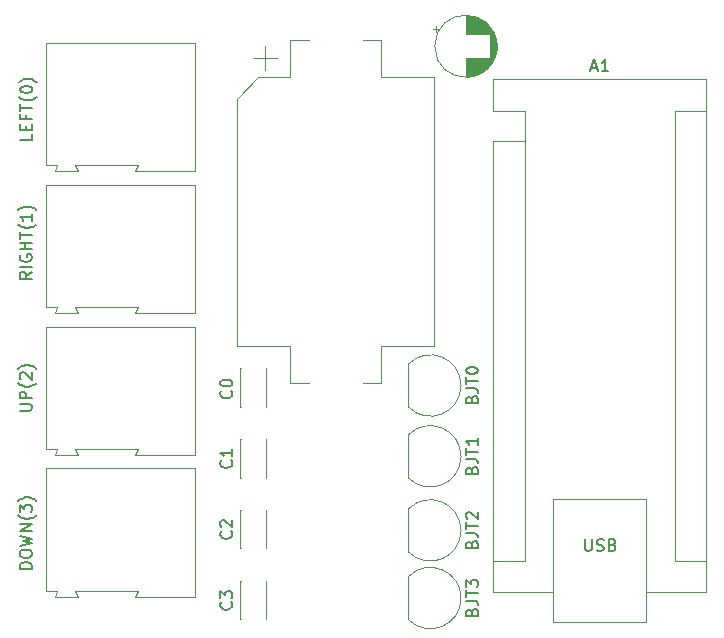
<source format=gbr>
%TF.GenerationSoftware,KiCad,Pcbnew,7.0.2-0*%
%TF.CreationDate,2023-05-07T21:32:26-07:00*%
%TF.ProjectId,VR-better,56522d62-6574-4746-9572-2e6b69636164,rev?*%
%TF.SameCoordinates,Original*%
%TF.FileFunction,Legend,Top*%
%TF.FilePolarity,Positive*%
%FSLAX46Y46*%
G04 Gerber Fmt 4.6, Leading zero omitted, Abs format (unit mm)*
G04 Created by KiCad (PCBNEW 7.0.2-0) date 2023-05-07 21:32:26*
%MOMM*%
%LPD*%
G01*
G04 APERTURE LIST*
%ADD10C,0.150000*%
%ADD11C,0.120000*%
G04 APERTURE END LIST*
D10*
%TO.C,BJT0*%
X90718809Y-131736666D02*
X90766428Y-131593809D01*
X90766428Y-131593809D02*
X90814047Y-131546190D01*
X90814047Y-131546190D02*
X90909285Y-131498571D01*
X90909285Y-131498571D02*
X91052142Y-131498571D01*
X91052142Y-131498571D02*
X91147380Y-131546190D01*
X91147380Y-131546190D02*
X91195000Y-131593809D01*
X91195000Y-131593809D02*
X91242619Y-131689047D01*
X91242619Y-131689047D02*
X91242619Y-132069999D01*
X91242619Y-132069999D02*
X90242619Y-132069999D01*
X90242619Y-132069999D02*
X90242619Y-131736666D01*
X90242619Y-131736666D02*
X90290238Y-131641428D01*
X90290238Y-131641428D02*
X90337857Y-131593809D01*
X90337857Y-131593809D02*
X90433095Y-131546190D01*
X90433095Y-131546190D02*
X90528333Y-131546190D01*
X90528333Y-131546190D02*
X90623571Y-131593809D01*
X90623571Y-131593809D02*
X90671190Y-131641428D01*
X90671190Y-131641428D02*
X90718809Y-131736666D01*
X90718809Y-131736666D02*
X90718809Y-132069999D01*
X90242619Y-130784285D02*
X90956904Y-130784285D01*
X90956904Y-130784285D02*
X91099761Y-130831904D01*
X91099761Y-130831904D02*
X91195000Y-130927142D01*
X91195000Y-130927142D02*
X91242619Y-131069999D01*
X91242619Y-131069999D02*
X91242619Y-131165237D01*
X90242619Y-130450951D02*
X90242619Y-129879523D01*
X91242619Y-130165237D02*
X90242619Y-130165237D01*
X90242619Y-129355713D02*
X90242619Y-129260475D01*
X90242619Y-129260475D02*
X90290238Y-129165237D01*
X90290238Y-129165237D02*
X90337857Y-129117618D01*
X90337857Y-129117618D02*
X90433095Y-129069999D01*
X90433095Y-129069999D02*
X90623571Y-129022380D01*
X90623571Y-129022380D02*
X90861666Y-129022380D01*
X90861666Y-129022380D02*
X91052142Y-129069999D01*
X91052142Y-129069999D02*
X91147380Y-129117618D01*
X91147380Y-129117618D02*
X91195000Y-129165237D01*
X91195000Y-129165237D02*
X91242619Y-129260475D01*
X91242619Y-129260475D02*
X91242619Y-129355713D01*
X91242619Y-129355713D02*
X91195000Y-129450951D01*
X91195000Y-129450951D02*
X91147380Y-129498570D01*
X91147380Y-129498570D02*
X91052142Y-129546189D01*
X91052142Y-129546189D02*
X90861666Y-129593808D01*
X90861666Y-129593808D02*
X90623571Y-129593808D01*
X90623571Y-129593808D02*
X90433095Y-129546189D01*
X90433095Y-129546189D02*
X90337857Y-129498570D01*
X90337857Y-129498570D02*
X90290238Y-129450951D01*
X90290238Y-129450951D02*
X90242619Y-129355713D01*
%TO.C,C0*%
X70344380Y-131027466D02*
X70392000Y-131075085D01*
X70392000Y-131075085D02*
X70439619Y-131217942D01*
X70439619Y-131217942D02*
X70439619Y-131313180D01*
X70439619Y-131313180D02*
X70392000Y-131456037D01*
X70392000Y-131456037D02*
X70296761Y-131551275D01*
X70296761Y-131551275D02*
X70201523Y-131598894D01*
X70201523Y-131598894D02*
X70011047Y-131646513D01*
X70011047Y-131646513D02*
X69868190Y-131646513D01*
X69868190Y-131646513D02*
X69677714Y-131598894D01*
X69677714Y-131598894D02*
X69582476Y-131551275D01*
X69582476Y-131551275D02*
X69487238Y-131456037D01*
X69487238Y-131456037D02*
X69439619Y-131313180D01*
X69439619Y-131313180D02*
X69439619Y-131217942D01*
X69439619Y-131217942D02*
X69487238Y-131075085D01*
X69487238Y-131075085D02*
X69534857Y-131027466D01*
X69439619Y-130408418D02*
X69439619Y-130313180D01*
X69439619Y-130313180D02*
X69487238Y-130217942D01*
X69487238Y-130217942D02*
X69534857Y-130170323D01*
X69534857Y-130170323D02*
X69630095Y-130122704D01*
X69630095Y-130122704D02*
X69820571Y-130075085D01*
X69820571Y-130075085D02*
X70058666Y-130075085D01*
X70058666Y-130075085D02*
X70249142Y-130122704D01*
X70249142Y-130122704D02*
X70344380Y-130170323D01*
X70344380Y-130170323D02*
X70392000Y-130217942D01*
X70392000Y-130217942D02*
X70439619Y-130313180D01*
X70439619Y-130313180D02*
X70439619Y-130408418D01*
X70439619Y-130408418D02*
X70392000Y-130503656D01*
X70392000Y-130503656D02*
X70344380Y-130551275D01*
X70344380Y-130551275D02*
X70249142Y-130598894D01*
X70249142Y-130598894D02*
X70058666Y-130646513D01*
X70058666Y-130646513D02*
X69820571Y-130646513D01*
X69820571Y-130646513D02*
X69630095Y-130598894D01*
X69630095Y-130598894D02*
X69534857Y-130551275D01*
X69534857Y-130551275D02*
X69487238Y-130503656D01*
X69487238Y-130503656D02*
X69439619Y-130408418D01*
%TO.C,DOWN(3)*%
X53462619Y-146098809D02*
X52462619Y-146098809D01*
X52462619Y-146098809D02*
X52462619Y-145860714D01*
X52462619Y-145860714D02*
X52510238Y-145717857D01*
X52510238Y-145717857D02*
X52605476Y-145622619D01*
X52605476Y-145622619D02*
X52700714Y-145575000D01*
X52700714Y-145575000D02*
X52891190Y-145527381D01*
X52891190Y-145527381D02*
X53034047Y-145527381D01*
X53034047Y-145527381D02*
X53224523Y-145575000D01*
X53224523Y-145575000D02*
X53319761Y-145622619D01*
X53319761Y-145622619D02*
X53415000Y-145717857D01*
X53415000Y-145717857D02*
X53462619Y-145860714D01*
X53462619Y-145860714D02*
X53462619Y-146098809D01*
X52462619Y-144908333D02*
X52462619Y-144717857D01*
X52462619Y-144717857D02*
X52510238Y-144622619D01*
X52510238Y-144622619D02*
X52605476Y-144527381D01*
X52605476Y-144527381D02*
X52795952Y-144479762D01*
X52795952Y-144479762D02*
X53129285Y-144479762D01*
X53129285Y-144479762D02*
X53319761Y-144527381D01*
X53319761Y-144527381D02*
X53415000Y-144622619D01*
X53415000Y-144622619D02*
X53462619Y-144717857D01*
X53462619Y-144717857D02*
X53462619Y-144908333D01*
X53462619Y-144908333D02*
X53415000Y-145003571D01*
X53415000Y-145003571D02*
X53319761Y-145098809D01*
X53319761Y-145098809D02*
X53129285Y-145146428D01*
X53129285Y-145146428D02*
X52795952Y-145146428D01*
X52795952Y-145146428D02*
X52605476Y-145098809D01*
X52605476Y-145098809D02*
X52510238Y-145003571D01*
X52510238Y-145003571D02*
X52462619Y-144908333D01*
X52462619Y-144146428D02*
X53462619Y-143908333D01*
X53462619Y-143908333D02*
X52748333Y-143717857D01*
X52748333Y-143717857D02*
X53462619Y-143527381D01*
X53462619Y-143527381D02*
X52462619Y-143289286D01*
X53462619Y-142908333D02*
X52462619Y-142908333D01*
X52462619Y-142908333D02*
X53462619Y-142336905D01*
X53462619Y-142336905D02*
X52462619Y-142336905D01*
X53843571Y-141575000D02*
X53795952Y-141622619D01*
X53795952Y-141622619D02*
X53653095Y-141717857D01*
X53653095Y-141717857D02*
X53557857Y-141765476D01*
X53557857Y-141765476D02*
X53415000Y-141813095D01*
X53415000Y-141813095D02*
X53176904Y-141860714D01*
X53176904Y-141860714D02*
X52986428Y-141860714D01*
X52986428Y-141860714D02*
X52748333Y-141813095D01*
X52748333Y-141813095D02*
X52605476Y-141765476D01*
X52605476Y-141765476D02*
X52510238Y-141717857D01*
X52510238Y-141717857D02*
X52367380Y-141622619D01*
X52367380Y-141622619D02*
X52319761Y-141575000D01*
X52462619Y-141289285D02*
X52462619Y-140670238D01*
X52462619Y-140670238D02*
X52843571Y-141003571D01*
X52843571Y-141003571D02*
X52843571Y-140860714D01*
X52843571Y-140860714D02*
X52891190Y-140765476D01*
X52891190Y-140765476D02*
X52938809Y-140717857D01*
X52938809Y-140717857D02*
X53034047Y-140670238D01*
X53034047Y-140670238D02*
X53272142Y-140670238D01*
X53272142Y-140670238D02*
X53367380Y-140717857D01*
X53367380Y-140717857D02*
X53415000Y-140765476D01*
X53415000Y-140765476D02*
X53462619Y-140860714D01*
X53462619Y-140860714D02*
X53462619Y-141146428D01*
X53462619Y-141146428D02*
X53415000Y-141241666D01*
X53415000Y-141241666D02*
X53367380Y-141289285D01*
X53843571Y-140336904D02*
X53795952Y-140289285D01*
X53795952Y-140289285D02*
X53653095Y-140194047D01*
X53653095Y-140194047D02*
X53557857Y-140146428D01*
X53557857Y-140146428D02*
X53415000Y-140098809D01*
X53415000Y-140098809D02*
X53176904Y-140051190D01*
X53176904Y-140051190D02*
X52986428Y-140051190D01*
X52986428Y-140051190D02*
X52748333Y-140098809D01*
X52748333Y-140098809D02*
X52605476Y-140146428D01*
X52605476Y-140146428D02*
X52510238Y-140194047D01*
X52510238Y-140194047D02*
X52367380Y-140289285D01*
X52367380Y-140289285D02*
X52319761Y-140336904D01*
%TO.C,BJT2*%
X90718809Y-144006666D02*
X90766428Y-143863809D01*
X90766428Y-143863809D02*
X90814047Y-143816190D01*
X90814047Y-143816190D02*
X90909285Y-143768571D01*
X90909285Y-143768571D02*
X91052142Y-143768571D01*
X91052142Y-143768571D02*
X91147380Y-143816190D01*
X91147380Y-143816190D02*
X91195000Y-143863809D01*
X91195000Y-143863809D02*
X91242619Y-143959047D01*
X91242619Y-143959047D02*
X91242619Y-144339999D01*
X91242619Y-144339999D02*
X90242619Y-144339999D01*
X90242619Y-144339999D02*
X90242619Y-144006666D01*
X90242619Y-144006666D02*
X90290238Y-143911428D01*
X90290238Y-143911428D02*
X90337857Y-143863809D01*
X90337857Y-143863809D02*
X90433095Y-143816190D01*
X90433095Y-143816190D02*
X90528333Y-143816190D01*
X90528333Y-143816190D02*
X90623571Y-143863809D01*
X90623571Y-143863809D02*
X90671190Y-143911428D01*
X90671190Y-143911428D02*
X90718809Y-144006666D01*
X90718809Y-144006666D02*
X90718809Y-144339999D01*
X90242619Y-143054285D02*
X90956904Y-143054285D01*
X90956904Y-143054285D02*
X91099761Y-143101904D01*
X91099761Y-143101904D02*
X91195000Y-143197142D01*
X91195000Y-143197142D02*
X91242619Y-143339999D01*
X91242619Y-143339999D02*
X91242619Y-143435237D01*
X90242619Y-142720951D02*
X90242619Y-142149523D01*
X91242619Y-142435237D02*
X90242619Y-142435237D01*
X90337857Y-141863808D02*
X90290238Y-141816189D01*
X90290238Y-141816189D02*
X90242619Y-141720951D01*
X90242619Y-141720951D02*
X90242619Y-141482856D01*
X90242619Y-141482856D02*
X90290238Y-141387618D01*
X90290238Y-141387618D02*
X90337857Y-141339999D01*
X90337857Y-141339999D02*
X90433095Y-141292380D01*
X90433095Y-141292380D02*
X90528333Y-141292380D01*
X90528333Y-141292380D02*
X90671190Y-141339999D01*
X90671190Y-141339999D02*
X91242619Y-141911427D01*
X91242619Y-141911427D02*
X91242619Y-141292380D01*
%TO.C,BJT3*%
X90718809Y-149736666D02*
X90766428Y-149593809D01*
X90766428Y-149593809D02*
X90814047Y-149546190D01*
X90814047Y-149546190D02*
X90909285Y-149498571D01*
X90909285Y-149498571D02*
X91052142Y-149498571D01*
X91052142Y-149498571D02*
X91147380Y-149546190D01*
X91147380Y-149546190D02*
X91195000Y-149593809D01*
X91195000Y-149593809D02*
X91242619Y-149689047D01*
X91242619Y-149689047D02*
X91242619Y-150069999D01*
X91242619Y-150069999D02*
X90242619Y-150069999D01*
X90242619Y-150069999D02*
X90242619Y-149736666D01*
X90242619Y-149736666D02*
X90290238Y-149641428D01*
X90290238Y-149641428D02*
X90337857Y-149593809D01*
X90337857Y-149593809D02*
X90433095Y-149546190D01*
X90433095Y-149546190D02*
X90528333Y-149546190D01*
X90528333Y-149546190D02*
X90623571Y-149593809D01*
X90623571Y-149593809D02*
X90671190Y-149641428D01*
X90671190Y-149641428D02*
X90718809Y-149736666D01*
X90718809Y-149736666D02*
X90718809Y-150069999D01*
X90242619Y-148784285D02*
X90956904Y-148784285D01*
X90956904Y-148784285D02*
X91099761Y-148831904D01*
X91099761Y-148831904D02*
X91195000Y-148927142D01*
X91195000Y-148927142D02*
X91242619Y-149069999D01*
X91242619Y-149069999D02*
X91242619Y-149165237D01*
X90242619Y-148450951D02*
X90242619Y-147879523D01*
X91242619Y-148165237D02*
X90242619Y-148165237D01*
X90242619Y-147641427D02*
X90242619Y-147022380D01*
X90242619Y-147022380D02*
X90623571Y-147355713D01*
X90623571Y-147355713D02*
X90623571Y-147212856D01*
X90623571Y-147212856D02*
X90671190Y-147117618D01*
X90671190Y-147117618D02*
X90718809Y-147069999D01*
X90718809Y-147069999D02*
X90814047Y-147022380D01*
X90814047Y-147022380D02*
X91052142Y-147022380D01*
X91052142Y-147022380D02*
X91147380Y-147069999D01*
X91147380Y-147069999D02*
X91195000Y-147117618D01*
X91195000Y-147117618D02*
X91242619Y-147212856D01*
X91242619Y-147212856D02*
X91242619Y-147498570D01*
X91242619Y-147498570D02*
X91195000Y-147593808D01*
X91195000Y-147593808D02*
X91147380Y-147641427D01*
%TO.C,LEFT(0)*%
X53502619Y-109270238D02*
X53502619Y-109746428D01*
X53502619Y-109746428D02*
X52502619Y-109746428D01*
X52978809Y-108936904D02*
X52978809Y-108603571D01*
X53502619Y-108460714D02*
X53502619Y-108936904D01*
X53502619Y-108936904D02*
X52502619Y-108936904D01*
X52502619Y-108936904D02*
X52502619Y-108460714D01*
X52978809Y-107698809D02*
X52978809Y-108032142D01*
X53502619Y-108032142D02*
X52502619Y-108032142D01*
X52502619Y-108032142D02*
X52502619Y-107555952D01*
X52502619Y-107317856D02*
X52502619Y-106746428D01*
X53502619Y-107032142D02*
X52502619Y-107032142D01*
X53883571Y-106127380D02*
X53835952Y-106174999D01*
X53835952Y-106174999D02*
X53693095Y-106270237D01*
X53693095Y-106270237D02*
X53597857Y-106317856D01*
X53597857Y-106317856D02*
X53455000Y-106365475D01*
X53455000Y-106365475D02*
X53216904Y-106413094D01*
X53216904Y-106413094D02*
X53026428Y-106413094D01*
X53026428Y-106413094D02*
X52788333Y-106365475D01*
X52788333Y-106365475D02*
X52645476Y-106317856D01*
X52645476Y-106317856D02*
X52550238Y-106270237D01*
X52550238Y-106270237D02*
X52407380Y-106174999D01*
X52407380Y-106174999D02*
X52359761Y-106127380D01*
X52502619Y-105555951D02*
X52502619Y-105460713D01*
X52502619Y-105460713D02*
X52550238Y-105365475D01*
X52550238Y-105365475D02*
X52597857Y-105317856D01*
X52597857Y-105317856D02*
X52693095Y-105270237D01*
X52693095Y-105270237D02*
X52883571Y-105222618D01*
X52883571Y-105222618D02*
X53121666Y-105222618D01*
X53121666Y-105222618D02*
X53312142Y-105270237D01*
X53312142Y-105270237D02*
X53407380Y-105317856D01*
X53407380Y-105317856D02*
X53455000Y-105365475D01*
X53455000Y-105365475D02*
X53502619Y-105460713D01*
X53502619Y-105460713D02*
X53502619Y-105555951D01*
X53502619Y-105555951D02*
X53455000Y-105651189D01*
X53455000Y-105651189D02*
X53407380Y-105698808D01*
X53407380Y-105698808D02*
X53312142Y-105746427D01*
X53312142Y-105746427D02*
X53121666Y-105794046D01*
X53121666Y-105794046D02*
X52883571Y-105794046D01*
X52883571Y-105794046D02*
X52693095Y-105746427D01*
X52693095Y-105746427D02*
X52597857Y-105698808D01*
X52597857Y-105698808D02*
X52550238Y-105651189D01*
X52550238Y-105651189D02*
X52502619Y-105555951D01*
X53883571Y-104889284D02*
X53835952Y-104841665D01*
X53835952Y-104841665D02*
X53693095Y-104746427D01*
X53693095Y-104746427D02*
X53597857Y-104698808D01*
X53597857Y-104698808D02*
X53455000Y-104651189D01*
X53455000Y-104651189D02*
X53216904Y-104603570D01*
X53216904Y-104603570D02*
X53026428Y-104603570D01*
X53026428Y-104603570D02*
X52788333Y-104651189D01*
X52788333Y-104651189D02*
X52645476Y-104698808D01*
X52645476Y-104698808D02*
X52550238Y-104746427D01*
X52550238Y-104746427D02*
X52407380Y-104841665D01*
X52407380Y-104841665D02*
X52359761Y-104889284D01*
%TO.C,RIGHT(1)*%
X53462619Y-120951190D02*
X52986428Y-121284523D01*
X53462619Y-121522618D02*
X52462619Y-121522618D01*
X52462619Y-121522618D02*
X52462619Y-121141666D01*
X52462619Y-121141666D02*
X52510238Y-121046428D01*
X52510238Y-121046428D02*
X52557857Y-120998809D01*
X52557857Y-120998809D02*
X52653095Y-120951190D01*
X52653095Y-120951190D02*
X52795952Y-120951190D01*
X52795952Y-120951190D02*
X52891190Y-120998809D01*
X52891190Y-120998809D02*
X52938809Y-121046428D01*
X52938809Y-121046428D02*
X52986428Y-121141666D01*
X52986428Y-121141666D02*
X52986428Y-121522618D01*
X53462619Y-120522618D02*
X52462619Y-120522618D01*
X52510238Y-119522619D02*
X52462619Y-119617857D01*
X52462619Y-119617857D02*
X52462619Y-119760714D01*
X52462619Y-119760714D02*
X52510238Y-119903571D01*
X52510238Y-119903571D02*
X52605476Y-119998809D01*
X52605476Y-119998809D02*
X52700714Y-120046428D01*
X52700714Y-120046428D02*
X52891190Y-120094047D01*
X52891190Y-120094047D02*
X53034047Y-120094047D01*
X53034047Y-120094047D02*
X53224523Y-120046428D01*
X53224523Y-120046428D02*
X53319761Y-119998809D01*
X53319761Y-119998809D02*
X53415000Y-119903571D01*
X53415000Y-119903571D02*
X53462619Y-119760714D01*
X53462619Y-119760714D02*
X53462619Y-119665476D01*
X53462619Y-119665476D02*
X53415000Y-119522619D01*
X53415000Y-119522619D02*
X53367380Y-119475000D01*
X53367380Y-119475000D02*
X53034047Y-119475000D01*
X53034047Y-119475000D02*
X53034047Y-119665476D01*
X53462619Y-119046428D02*
X52462619Y-119046428D01*
X52938809Y-119046428D02*
X52938809Y-118475000D01*
X53462619Y-118475000D02*
X52462619Y-118475000D01*
X52462619Y-118141666D02*
X52462619Y-117570238D01*
X53462619Y-117855952D02*
X52462619Y-117855952D01*
X53843571Y-116951190D02*
X53795952Y-116998809D01*
X53795952Y-116998809D02*
X53653095Y-117094047D01*
X53653095Y-117094047D02*
X53557857Y-117141666D01*
X53557857Y-117141666D02*
X53415000Y-117189285D01*
X53415000Y-117189285D02*
X53176904Y-117236904D01*
X53176904Y-117236904D02*
X52986428Y-117236904D01*
X52986428Y-117236904D02*
X52748333Y-117189285D01*
X52748333Y-117189285D02*
X52605476Y-117141666D01*
X52605476Y-117141666D02*
X52510238Y-117094047D01*
X52510238Y-117094047D02*
X52367380Y-116998809D01*
X52367380Y-116998809D02*
X52319761Y-116951190D01*
X53462619Y-116046428D02*
X53462619Y-116617856D01*
X53462619Y-116332142D02*
X52462619Y-116332142D01*
X52462619Y-116332142D02*
X52605476Y-116427380D01*
X52605476Y-116427380D02*
X52700714Y-116522618D01*
X52700714Y-116522618D02*
X52748333Y-116617856D01*
X53843571Y-115713094D02*
X53795952Y-115665475D01*
X53795952Y-115665475D02*
X53653095Y-115570237D01*
X53653095Y-115570237D02*
X53557857Y-115522618D01*
X53557857Y-115522618D02*
X53415000Y-115474999D01*
X53415000Y-115474999D02*
X53176904Y-115427380D01*
X53176904Y-115427380D02*
X52986428Y-115427380D01*
X52986428Y-115427380D02*
X52748333Y-115474999D01*
X52748333Y-115474999D02*
X52605476Y-115522618D01*
X52605476Y-115522618D02*
X52510238Y-115570237D01*
X52510238Y-115570237D02*
X52367380Y-115665475D01*
X52367380Y-115665475D02*
X52319761Y-115713094D01*
%TO.C,C3*%
X70337380Y-148916666D02*
X70385000Y-148964285D01*
X70385000Y-148964285D02*
X70432619Y-149107142D01*
X70432619Y-149107142D02*
X70432619Y-149202380D01*
X70432619Y-149202380D02*
X70385000Y-149345237D01*
X70385000Y-149345237D02*
X70289761Y-149440475D01*
X70289761Y-149440475D02*
X70194523Y-149488094D01*
X70194523Y-149488094D02*
X70004047Y-149535713D01*
X70004047Y-149535713D02*
X69861190Y-149535713D01*
X69861190Y-149535713D02*
X69670714Y-149488094D01*
X69670714Y-149488094D02*
X69575476Y-149440475D01*
X69575476Y-149440475D02*
X69480238Y-149345237D01*
X69480238Y-149345237D02*
X69432619Y-149202380D01*
X69432619Y-149202380D02*
X69432619Y-149107142D01*
X69432619Y-149107142D02*
X69480238Y-148964285D01*
X69480238Y-148964285D02*
X69527857Y-148916666D01*
X69432619Y-148583332D02*
X69432619Y-147964285D01*
X69432619Y-147964285D02*
X69813571Y-148297618D01*
X69813571Y-148297618D02*
X69813571Y-148154761D01*
X69813571Y-148154761D02*
X69861190Y-148059523D01*
X69861190Y-148059523D02*
X69908809Y-148011904D01*
X69908809Y-148011904D02*
X70004047Y-147964285D01*
X70004047Y-147964285D02*
X70242142Y-147964285D01*
X70242142Y-147964285D02*
X70337380Y-148011904D01*
X70337380Y-148011904D02*
X70385000Y-148059523D01*
X70385000Y-148059523D02*
X70432619Y-148154761D01*
X70432619Y-148154761D02*
X70432619Y-148440475D01*
X70432619Y-148440475D02*
X70385000Y-148535713D01*
X70385000Y-148535713D02*
X70337380Y-148583332D01*
%TO.C,C2*%
X70337380Y-142916666D02*
X70385000Y-142964285D01*
X70385000Y-142964285D02*
X70432619Y-143107142D01*
X70432619Y-143107142D02*
X70432619Y-143202380D01*
X70432619Y-143202380D02*
X70385000Y-143345237D01*
X70385000Y-143345237D02*
X70289761Y-143440475D01*
X70289761Y-143440475D02*
X70194523Y-143488094D01*
X70194523Y-143488094D02*
X70004047Y-143535713D01*
X70004047Y-143535713D02*
X69861190Y-143535713D01*
X69861190Y-143535713D02*
X69670714Y-143488094D01*
X69670714Y-143488094D02*
X69575476Y-143440475D01*
X69575476Y-143440475D02*
X69480238Y-143345237D01*
X69480238Y-143345237D02*
X69432619Y-143202380D01*
X69432619Y-143202380D02*
X69432619Y-143107142D01*
X69432619Y-143107142D02*
X69480238Y-142964285D01*
X69480238Y-142964285D02*
X69527857Y-142916666D01*
X69527857Y-142535713D02*
X69480238Y-142488094D01*
X69480238Y-142488094D02*
X69432619Y-142392856D01*
X69432619Y-142392856D02*
X69432619Y-142154761D01*
X69432619Y-142154761D02*
X69480238Y-142059523D01*
X69480238Y-142059523D02*
X69527857Y-142011904D01*
X69527857Y-142011904D02*
X69623095Y-141964285D01*
X69623095Y-141964285D02*
X69718333Y-141964285D01*
X69718333Y-141964285D02*
X69861190Y-142011904D01*
X69861190Y-142011904D02*
X70432619Y-142583332D01*
X70432619Y-142583332D02*
X70432619Y-141964285D01*
%TO.C,A1*%
X100860314Y-103656504D02*
X101336504Y-103656504D01*
X100765076Y-103942219D02*
X101098409Y-102942219D01*
X101098409Y-102942219D02*
X101431742Y-103942219D01*
X102288885Y-103942219D02*
X101717457Y-103942219D01*
X102003171Y-103942219D02*
X102003171Y-102942219D01*
X102003171Y-102942219D02*
X101907933Y-103085076D01*
X101907933Y-103085076D02*
X101812695Y-103180314D01*
X101812695Y-103180314D02*
X101717457Y-103227933D01*
X100312695Y-143582219D02*
X100312695Y-144391742D01*
X100312695Y-144391742D02*
X100360314Y-144486980D01*
X100360314Y-144486980D02*
X100407933Y-144534600D01*
X100407933Y-144534600D02*
X100503171Y-144582219D01*
X100503171Y-144582219D02*
X100693647Y-144582219D01*
X100693647Y-144582219D02*
X100788885Y-144534600D01*
X100788885Y-144534600D02*
X100836504Y-144486980D01*
X100836504Y-144486980D02*
X100884123Y-144391742D01*
X100884123Y-144391742D02*
X100884123Y-143582219D01*
X101312695Y-144534600D02*
X101455552Y-144582219D01*
X101455552Y-144582219D02*
X101693647Y-144582219D01*
X101693647Y-144582219D02*
X101788885Y-144534600D01*
X101788885Y-144534600D02*
X101836504Y-144486980D01*
X101836504Y-144486980D02*
X101884123Y-144391742D01*
X101884123Y-144391742D02*
X101884123Y-144296504D01*
X101884123Y-144296504D02*
X101836504Y-144201266D01*
X101836504Y-144201266D02*
X101788885Y-144153647D01*
X101788885Y-144153647D02*
X101693647Y-144106028D01*
X101693647Y-144106028D02*
X101503171Y-144058409D01*
X101503171Y-144058409D02*
X101407933Y-144010790D01*
X101407933Y-144010790D02*
X101360314Y-143963171D01*
X101360314Y-143963171D02*
X101312695Y-143867933D01*
X101312695Y-143867933D02*
X101312695Y-143772695D01*
X101312695Y-143772695D02*
X101360314Y-143677457D01*
X101360314Y-143677457D02*
X101407933Y-143629838D01*
X101407933Y-143629838D02*
X101503171Y-143582219D01*
X101503171Y-143582219D02*
X101741266Y-143582219D01*
X101741266Y-143582219D02*
X101884123Y-143629838D01*
X102646028Y-144058409D02*
X102788885Y-144106028D01*
X102788885Y-144106028D02*
X102836504Y-144153647D01*
X102836504Y-144153647D02*
X102884123Y-144248885D01*
X102884123Y-144248885D02*
X102884123Y-144391742D01*
X102884123Y-144391742D02*
X102836504Y-144486980D01*
X102836504Y-144486980D02*
X102788885Y-144534600D01*
X102788885Y-144534600D02*
X102693647Y-144582219D01*
X102693647Y-144582219D02*
X102312695Y-144582219D01*
X102312695Y-144582219D02*
X102312695Y-143582219D01*
X102312695Y-143582219D02*
X102646028Y-143582219D01*
X102646028Y-143582219D02*
X102741266Y-143629838D01*
X102741266Y-143629838D02*
X102788885Y-143677457D01*
X102788885Y-143677457D02*
X102836504Y-143772695D01*
X102836504Y-143772695D02*
X102836504Y-143867933D01*
X102836504Y-143867933D02*
X102788885Y-143963171D01*
X102788885Y-143963171D02*
X102741266Y-144010790D01*
X102741266Y-144010790D02*
X102646028Y-144058409D01*
X102646028Y-144058409D02*
X102312695Y-144058409D01*
%TO.C,UP(2)*%
X52462619Y-132703571D02*
X53272142Y-132703571D01*
X53272142Y-132703571D02*
X53367380Y-132655952D01*
X53367380Y-132655952D02*
X53415000Y-132608333D01*
X53415000Y-132608333D02*
X53462619Y-132513095D01*
X53462619Y-132513095D02*
X53462619Y-132322619D01*
X53462619Y-132322619D02*
X53415000Y-132227381D01*
X53415000Y-132227381D02*
X53367380Y-132179762D01*
X53367380Y-132179762D02*
X53272142Y-132132143D01*
X53272142Y-132132143D02*
X52462619Y-132132143D01*
X53462619Y-131655952D02*
X52462619Y-131655952D01*
X52462619Y-131655952D02*
X52462619Y-131275000D01*
X52462619Y-131275000D02*
X52510238Y-131179762D01*
X52510238Y-131179762D02*
X52557857Y-131132143D01*
X52557857Y-131132143D02*
X52653095Y-131084524D01*
X52653095Y-131084524D02*
X52795952Y-131084524D01*
X52795952Y-131084524D02*
X52891190Y-131132143D01*
X52891190Y-131132143D02*
X52938809Y-131179762D01*
X52938809Y-131179762D02*
X52986428Y-131275000D01*
X52986428Y-131275000D02*
X52986428Y-131655952D01*
X53843571Y-130370238D02*
X53795952Y-130417857D01*
X53795952Y-130417857D02*
X53653095Y-130513095D01*
X53653095Y-130513095D02*
X53557857Y-130560714D01*
X53557857Y-130560714D02*
X53415000Y-130608333D01*
X53415000Y-130608333D02*
X53176904Y-130655952D01*
X53176904Y-130655952D02*
X52986428Y-130655952D01*
X52986428Y-130655952D02*
X52748333Y-130608333D01*
X52748333Y-130608333D02*
X52605476Y-130560714D01*
X52605476Y-130560714D02*
X52510238Y-130513095D01*
X52510238Y-130513095D02*
X52367380Y-130417857D01*
X52367380Y-130417857D02*
X52319761Y-130370238D01*
X52557857Y-130036904D02*
X52510238Y-129989285D01*
X52510238Y-129989285D02*
X52462619Y-129894047D01*
X52462619Y-129894047D02*
X52462619Y-129655952D01*
X52462619Y-129655952D02*
X52510238Y-129560714D01*
X52510238Y-129560714D02*
X52557857Y-129513095D01*
X52557857Y-129513095D02*
X52653095Y-129465476D01*
X52653095Y-129465476D02*
X52748333Y-129465476D01*
X52748333Y-129465476D02*
X52891190Y-129513095D01*
X52891190Y-129513095D02*
X53462619Y-130084523D01*
X53462619Y-130084523D02*
X53462619Y-129465476D01*
X53843571Y-129132142D02*
X53795952Y-129084523D01*
X53795952Y-129084523D02*
X53653095Y-128989285D01*
X53653095Y-128989285D02*
X53557857Y-128941666D01*
X53557857Y-128941666D02*
X53415000Y-128894047D01*
X53415000Y-128894047D02*
X53176904Y-128846428D01*
X53176904Y-128846428D02*
X52986428Y-128846428D01*
X52986428Y-128846428D02*
X52748333Y-128894047D01*
X52748333Y-128894047D02*
X52605476Y-128941666D01*
X52605476Y-128941666D02*
X52510238Y-128989285D01*
X52510238Y-128989285D02*
X52367380Y-129084523D01*
X52367380Y-129084523D02*
X52319761Y-129132142D01*
%TO.C,C1*%
X70337380Y-136916666D02*
X70385000Y-136964285D01*
X70385000Y-136964285D02*
X70432619Y-137107142D01*
X70432619Y-137107142D02*
X70432619Y-137202380D01*
X70432619Y-137202380D02*
X70385000Y-137345237D01*
X70385000Y-137345237D02*
X70289761Y-137440475D01*
X70289761Y-137440475D02*
X70194523Y-137488094D01*
X70194523Y-137488094D02*
X70004047Y-137535713D01*
X70004047Y-137535713D02*
X69861190Y-137535713D01*
X69861190Y-137535713D02*
X69670714Y-137488094D01*
X69670714Y-137488094D02*
X69575476Y-137440475D01*
X69575476Y-137440475D02*
X69480238Y-137345237D01*
X69480238Y-137345237D02*
X69432619Y-137202380D01*
X69432619Y-137202380D02*
X69432619Y-137107142D01*
X69432619Y-137107142D02*
X69480238Y-136964285D01*
X69480238Y-136964285D02*
X69527857Y-136916666D01*
X70432619Y-135964285D02*
X70432619Y-136535713D01*
X70432619Y-136249999D02*
X69432619Y-136249999D01*
X69432619Y-136249999D02*
X69575476Y-136345237D01*
X69575476Y-136345237D02*
X69670714Y-136440475D01*
X69670714Y-136440475D02*
X69718333Y-136535713D01*
%TO.C,BJT1*%
X90718809Y-137736666D02*
X90766428Y-137593809D01*
X90766428Y-137593809D02*
X90814047Y-137546190D01*
X90814047Y-137546190D02*
X90909285Y-137498571D01*
X90909285Y-137498571D02*
X91052142Y-137498571D01*
X91052142Y-137498571D02*
X91147380Y-137546190D01*
X91147380Y-137546190D02*
X91195000Y-137593809D01*
X91195000Y-137593809D02*
X91242619Y-137689047D01*
X91242619Y-137689047D02*
X91242619Y-138069999D01*
X91242619Y-138069999D02*
X90242619Y-138069999D01*
X90242619Y-138069999D02*
X90242619Y-137736666D01*
X90242619Y-137736666D02*
X90290238Y-137641428D01*
X90290238Y-137641428D02*
X90337857Y-137593809D01*
X90337857Y-137593809D02*
X90433095Y-137546190D01*
X90433095Y-137546190D02*
X90528333Y-137546190D01*
X90528333Y-137546190D02*
X90623571Y-137593809D01*
X90623571Y-137593809D02*
X90671190Y-137641428D01*
X90671190Y-137641428D02*
X90718809Y-137736666D01*
X90718809Y-137736666D02*
X90718809Y-138069999D01*
X90242619Y-136784285D02*
X90956904Y-136784285D01*
X90956904Y-136784285D02*
X91099761Y-136831904D01*
X91099761Y-136831904D02*
X91195000Y-136927142D01*
X91195000Y-136927142D02*
X91242619Y-137069999D01*
X91242619Y-137069999D02*
X91242619Y-137165237D01*
X90242619Y-136450951D02*
X90242619Y-135879523D01*
X91242619Y-136165237D02*
X90242619Y-136165237D01*
X91242619Y-135022380D02*
X91242619Y-135593808D01*
X91242619Y-135308094D02*
X90242619Y-135308094D01*
X90242619Y-135308094D02*
X90385476Y-135403332D01*
X90385476Y-135403332D02*
X90480714Y-135498570D01*
X90480714Y-135498570D02*
X90528333Y-135593808D01*
D11*
%TO.C,BT1*%
X75370000Y-101290000D02*
X76920000Y-101290000D01*
X75370000Y-104490000D02*
X75370000Y-101290000D01*
X83070000Y-101290000D02*
X81520000Y-101290000D01*
X70870000Y-127190000D02*
X75370000Y-127190000D01*
X70870000Y-106290000D02*
X72670000Y-104490000D01*
X72670000Y-104490000D02*
X75370000Y-104490000D01*
X75370000Y-130390000D02*
X76920000Y-130390000D01*
X83070000Y-130390000D02*
X81520000Y-130390000D01*
X83070000Y-127190000D02*
X83070000Y-130390000D01*
X87570000Y-104490000D02*
X83070000Y-104490000D01*
X74220000Y-102840000D02*
X72220000Y-102840000D01*
X87570000Y-127190000D02*
X83070000Y-127190000D01*
X83070000Y-104490000D02*
X83070000Y-101290000D01*
X87570000Y-104490000D02*
X87570000Y-127190000D01*
X70870000Y-127190000D02*
X70870000Y-106290000D01*
X75370000Y-127190000D02*
X75370000Y-130390000D01*
X73220000Y-103840000D02*
X73220000Y-101840000D01*
%TO.C,BJT0*%
X85370000Y-128770000D02*
X85370000Y-132370000D01*
X89820000Y-130570000D02*
G75*
G03*
X85381522Y-128731522I-2600000J0D01*
G01*
X85381522Y-132408478D02*
G75*
G03*
X89820000Y-130570000I1838478J1838478D01*
G01*
%TO.C,C0*%
X71100000Y-132370000D02*
X71165000Y-132370000D01*
X71100000Y-132370000D02*
X71100000Y-129130000D01*
X73275000Y-132370000D02*
X73340000Y-132370000D01*
X73340000Y-132370000D02*
X73340000Y-129130000D01*
X71100000Y-129130000D02*
X71165000Y-129130000D01*
X73275000Y-129130000D02*
X73340000Y-129130000D01*
%TO.C,C_Pow1*%
X92840000Y-101840000D02*
G75*
G03*
X92840000Y-101840000I-2620000J0D01*
G01*
X92821000Y-101556000D02*
X92821000Y-102124000D01*
X92781000Y-101322000D02*
X92781000Y-102358000D01*
X92741000Y-101163000D02*
X92741000Y-102517000D01*
X92701000Y-101035000D02*
X92701000Y-102645000D01*
X92661000Y-100925000D02*
X92661000Y-102755000D01*
X92621000Y-100829000D02*
X92621000Y-102851000D01*
X92581000Y-100742000D02*
X92581000Y-102938000D01*
X92541000Y-100662000D02*
X92541000Y-103018000D01*
X92501000Y-100589000D02*
X92501000Y-103091000D01*
X92461000Y-100521000D02*
X92461000Y-103159000D01*
X92421000Y-100457000D02*
X92421000Y-103223000D01*
X92381000Y-100397000D02*
X92381000Y-103283000D01*
X92341000Y-100340000D02*
X92341000Y-103340000D01*
X92301000Y-100286000D02*
X92301000Y-103394000D01*
X92261000Y-100235000D02*
X92261000Y-103445000D01*
X92221000Y-102880000D02*
X92221000Y-103493000D01*
X92221000Y-100187000D02*
X92221000Y-100800000D01*
X92181000Y-102880000D02*
X92181000Y-103539000D01*
X92181000Y-100141000D02*
X92181000Y-100800000D01*
X92141000Y-102880000D02*
X92141000Y-103583000D01*
X92141000Y-100097000D02*
X92141000Y-100800000D01*
X92101000Y-102880000D02*
X92101000Y-103625000D01*
X92101000Y-100055000D02*
X92101000Y-100800000D01*
X92061000Y-102880000D02*
X92061000Y-103666000D01*
X92061000Y-100014000D02*
X92061000Y-100800000D01*
X92021000Y-102880000D02*
X92021000Y-103704000D01*
X92021000Y-99976000D02*
X92021000Y-100800000D01*
X91981000Y-102880000D02*
X91981000Y-103741000D01*
X91981000Y-99939000D02*
X91981000Y-100800000D01*
X91941000Y-102880000D02*
X91941000Y-103777000D01*
X91941000Y-99903000D02*
X91941000Y-100800000D01*
X91901000Y-102880000D02*
X91901000Y-103811000D01*
X91901000Y-99869000D02*
X91901000Y-100800000D01*
X91861000Y-102880000D02*
X91861000Y-103844000D01*
X91861000Y-99836000D02*
X91861000Y-100800000D01*
X91821000Y-102880000D02*
X91821000Y-103875000D01*
X91821000Y-99805000D02*
X91821000Y-100800000D01*
X91781000Y-102880000D02*
X91781000Y-103905000D01*
X91781000Y-99775000D02*
X91781000Y-100800000D01*
X91741000Y-102880000D02*
X91741000Y-103935000D01*
X91741000Y-99745000D02*
X91741000Y-100800000D01*
X91701000Y-102880000D02*
X91701000Y-103962000D01*
X91701000Y-99718000D02*
X91701000Y-100800000D01*
X91661000Y-102880000D02*
X91661000Y-103989000D01*
X91661000Y-99691000D02*
X91661000Y-100800000D01*
X91621000Y-102880000D02*
X91621000Y-104015000D01*
X91621000Y-99665000D02*
X91621000Y-100800000D01*
X91581000Y-102880000D02*
X91581000Y-104040000D01*
X91581000Y-99640000D02*
X91581000Y-100800000D01*
X91541000Y-102880000D02*
X91541000Y-104064000D01*
X91541000Y-99616000D02*
X91541000Y-100800000D01*
X91501000Y-102880000D02*
X91501000Y-104087000D01*
X91501000Y-99593000D02*
X91501000Y-100800000D01*
X91461000Y-102880000D02*
X91461000Y-104108000D01*
X91461000Y-99572000D02*
X91461000Y-100800000D01*
X91421000Y-102880000D02*
X91421000Y-104130000D01*
X91421000Y-99550000D02*
X91421000Y-100800000D01*
X91381000Y-102880000D02*
X91381000Y-104150000D01*
X91381000Y-99530000D02*
X91381000Y-100800000D01*
X91341000Y-102880000D02*
X91341000Y-104169000D01*
X91341000Y-99511000D02*
X91341000Y-100800000D01*
X91301000Y-102880000D02*
X91301000Y-104188000D01*
X91301000Y-99492000D02*
X91301000Y-100800000D01*
X91261000Y-102880000D02*
X91261000Y-104205000D01*
X91261000Y-99475000D02*
X91261000Y-100800000D01*
X91221000Y-102880000D02*
X91221000Y-104222000D01*
X91221000Y-99458000D02*
X91221000Y-100800000D01*
X91181000Y-102880000D02*
X91181000Y-104238000D01*
X91181000Y-99442000D02*
X91181000Y-100800000D01*
X91141000Y-102880000D02*
X91141000Y-104254000D01*
X91141000Y-99426000D02*
X91141000Y-100800000D01*
X91101000Y-102880000D02*
X91101000Y-104268000D01*
X91101000Y-99412000D02*
X91101000Y-100800000D01*
X91061000Y-102880000D02*
X91061000Y-104282000D01*
X91061000Y-99398000D02*
X91061000Y-100800000D01*
X91021000Y-102880000D02*
X91021000Y-104295000D01*
X91021000Y-99385000D02*
X91021000Y-100800000D01*
X90981000Y-102880000D02*
X90981000Y-104308000D01*
X90981000Y-99372000D02*
X90981000Y-100800000D01*
X90941000Y-102880000D02*
X90941000Y-104320000D01*
X90941000Y-99360000D02*
X90941000Y-100800000D01*
X90900000Y-102880000D02*
X90900000Y-104331000D01*
X90900000Y-99349000D02*
X90900000Y-100800000D01*
X90860000Y-102880000D02*
X90860000Y-104341000D01*
X90860000Y-99339000D02*
X90860000Y-100800000D01*
X90820000Y-102880000D02*
X90820000Y-104351000D01*
X90820000Y-99329000D02*
X90820000Y-100800000D01*
X90780000Y-102880000D02*
X90780000Y-104360000D01*
X90780000Y-99320000D02*
X90780000Y-100800000D01*
X90740000Y-102880000D02*
X90740000Y-104368000D01*
X90740000Y-99312000D02*
X90740000Y-100800000D01*
X90700000Y-102880000D02*
X90700000Y-104376000D01*
X90700000Y-99304000D02*
X90700000Y-100800000D01*
X90660000Y-102880000D02*
X90660000Y-104383000D01*
X90660000Y-99297000D02*
X90660000Y-100800000D01*
X90620000Y-102880000D02*
X90620000Y-104390000D01*
X90620000Y-99290000D02*
X90620000Y-100800000D01*
X90580000Y-102880000D02*
X90580000Y-104396000D01*
X90580000Y-99284000D02*
X90580000Y-100800000D01*
X90540000Y-102880000D02*
X90540000Y-104401000D01*
X90540000Y-99279000D02*
X90540000Y-100800000D01*
X90500000Y-102880000D02*
X90500000Y-104405000D01*
X90500000Y-99275000D02*
X90500000Y-100800000D01*
X90460000Y-102880000D02*
X90460000Y-104409000D01*
X90460000Y-99271000D02*
X90460000Y-100800000D01*
X90420000Y-102880000D02*
X90420000Y-104413000D01*
X90420000Y-99267000D02*
X90420000Y-100800000D01*
X90380000Y-102880000D02*
X90380000Y-104416000D01*
X90380000Y-99264000D02*
X90380000Y-100800000D01*
X90340000Y-102880000D02*
X90340000Y-104418000D01*
X90340000Y-99262000D02*
X90340000Y-100800000D01*
X90300000Y-102880000D02*
X90300000Y-104419000D01*
X90300000Y-99261000D02*
X90300000Y-100800000D01*
X90260000Y-102880000D02*
X90260000Y-104420000D01*
X90260000Y-99260000D02*
X90260000Y-100800000D01*
X90220000Y-102880000D02*
X90220000Y-104420000D01*
X90220000Y-99260000D02*
X90220000Y-100800000D01*
X87665225Y-100115000D02*
X87665225Y-100615000D01*
X87415225Y-100365000D02*
X87915225Y-100365000D01*
%TO.C,DOWN(3)*%
X67300000Y-137585000D02*
X54700000Y-137585000D01*
X54700000Y-137585000D02*
X54700000Y-147935000D01*
X62500000Y-147935000D02*
X62200000Y-148435000D01*
X57100000Y-147935000D02*
X62500000Y-147935000D01*
X55650000Y-147935000D02*
X55400000Y-148435000D01*
X54700000Y-147935000D02*
X55650000Y-147935000D01*
X67300000Y-148435000D02*
X67300000Y-137585000D01*
X62200000Y-148435000D02*
X67300000Y-148435000D01*
X57350000Y-148435000D02*
X57100000Y-147935000D01*
X57300000Y-148435000D02*
X57350000Y-148435000D01*
X55400000Y-148435000D02*
X57300000Y-148435000D01*
%TO.C,BJT2*%
X85381522Y-144678478D02*
G75*
G03*
X89820000Y-142840000I1838478J1838478D01*
G01*
X89820000Y-142840000D02*
G75*
G03*
X85381522Y-141001522I-2600000J0D01*
G01*
X85370000Y-141040000D02*
X85370000Y-144640000D01*
%TO.C,BJT3*%
X85381522Y-150408478D02*
G75*
G03*
X89820000Y-148570000I1838478J1838478D01*
G01*
X89820000Y-148570000D02*
G75*
G03*
X85381522Y-146731522I-2600000J0D01*
G01*
X85370000Y-146770000D02*
X85370000Y-150370000D01*
%TO.C,LEFT(0)*%
X67300000Y-101585000D02*
X54700000Y-101585000D01*
X54700000Y-101585000D02*
X54700000Y-111935000D01*
X62500000Y-111935000D02*
X62200000Y-112435000D01*
X57100000Y-111935000D02*
X62500000Y-111935000D01*
X55650000Y-111935000D02*
X55400000Y-112435000D01*
X54700000Y-111935000D02*
X55650000Y-111935000D01*
X67300000Y-112435000D02*
X67300000Y-101585000D01*
X62200000Y-112435000D02*
X67300000Y-112435000D01*
X57350000Y-112435000D02*
X57100000Y-111935000D01*
X57300000Y-112435000D02*
X57350000Y-112435000D01*
X55400000Y-112435000D02*
X57300000Y-112435000D01*
%TO.C,RIGHT(1)*%
X55400000Y-124435000D02*
X57300000Y-124435000D01*
X57300000Y-124435000D02*
X57350000Y-124435000D01*
X57350000Y-124435000D02*
X57100000Y-123935000D01*
X62200000Y-124435000D02*
X67300000Y-124435000D01*
X67300000Y-124435000D02*
X67300000Y-113585000D01*
X54700000Y-123935000D02*
X55650000Y-123935000D01*
X55650000Y-123935000D02*
X55400000Y-124435000D01*
X57100000Y-123935000D02*
X62500000Y-123935000D01*
X62500000Y-123935000D02*
X62200000Y-124435000D01*
X54700000Y-113585000D02*
X54700000Y-123935000D01*
X67300000Y-113585000D02*
X54700000Y-113585000D01*
%TO.C,C3*%
X73275000Y-147130000D02*
X73340000Y-147130000D01*
X71100000Y-147130000D02*
X71165000Y-147130000D01*
X73340000Y-150370000D02*
X73340000Y-147130000D01*
X73275000Y-150370000D02*
X73340000Y-150370000D01*
X71100000Y-150370000D02*
X71100000Y-147130000D01*
X71100000Y-150370000D02*
X71165000Y-150370000D01*
%TO.C,C2*%
X73275000Y-141130000D02*
X73340000Y-141130000D01*
X71100000Y-141130000D02*
X71165000Y-141130000D01*
X73340000Y-144370000D02*
X73340000Y-141130000D01*
X73275000Y-144370000D02*
X73340000Y-144370000D01*
X71100000Y-144370000D02*
X71100000Y-141130000D01*
X71100000Y-144370000D02*
X71165000Y-144370000D01*
%TO.C,A1*%
X92554600Y-104619600D02*
X92554600Y-107289600D01*
X92554600Y-109829600D02*
X92554600Y-148059600D01*
X92554600Y-148059600D02*
X97634600Y-148059600D01*
X95224600Y-107289600D02*
X92554600Y-107289600D01*
X95224600Y-109829600D02*
X92554600Y-109829600D01*
X95224600Y-109829600D02*
X95224600Y-107289600D01*
X95224600Y-109829600D02*
X95224600Y-145389600D01*
X95224600Y-145389600D02*
X92554600Y-145389600D01*
X97634600Y-140179600D02*
X105514600Y-140179600D01*
X97634600Y-150599600D02*
X97634600Y-140179600D01*
X105514600Y-140179600D02*
X105514600Y-150599600D01*
X105514600Y-150599600D02*
X97634600Y-150599600D01*
X107924600Y-107289600D02*
X107924600Y-145389600D01*
X107924600Y-107289600D02*
X110594600Y-107289600D01*
X107924600Y-145389600D02*
X110594600Y-145389600D01*
X110594600Y-104619600D02*
X92554600Y-104619600D01*
X110594600Y-148059600D02*
X105514600Y-148059600D01*
X110594600Y-148059600D02*
X110594600Y-104619600D01*
%TO.C,UP(2)*%
X67300000Y-125585000D02*
X54700000Y-125585000D01*
X54700000Y-125585000D02*
X54700000Y-135935000D01*
X62500000Y-135935000D02*
X62200000Y-136435000D01*
X57100000Y-135935000D02*
X62500000Y-135935000D01*
X55650000Y-135935000D02*
X55400000Y-136435000D01*
X54700000Y-135935000D02*
X55650000Y-135935000D01*
X67300000Y-136435000D02*
X67300000Y-125585000D01*
X62200000Y-136435000D02*
X67300000Y-136435000D01*
X57350000Y-136435000D02*
X57100000Y-135935000D01*
X57300000Y-136435000D02*
X57350000Y-136435000D01*
X55400000Y-136435000D02*
X57300000Y-136435000D01*
%TO.C,C1*%
X73275000Y-135130000D02*
X73340000Y-135130000D01*
X71100000Y-135130000D02*
X71165000Y-135130000D01*
X73340000Y-138370000D02*
X73340000Y-135130000D01*
X73275000Y-138370000D02*
X73340000Y-138370000D01*
X71100000Y-138370000D02*
X71100000Y-135130000D01*
X71100000Y-138370000D02*
X71165000Y-138370000D01*
%TO.C,BJT1*%
X85370000Y-134770000D02*
X85370000Y-138370000D01*
X89820000Y-136570000D02*
G75*
G03*
X85381522Y-134731522I-2600000J0D01*
G01*
X85381522Y-138408478D02*
G75*
G03*
X89820000Y-136570000I1838478J1838478D01*
G01*
%TD*%
M02*

</source>
